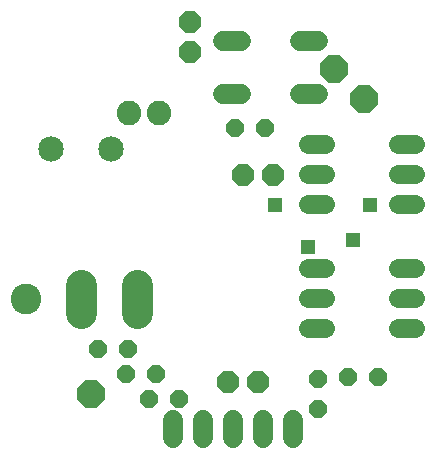
<source format=gbs>
G75*
%MOIN*%
%OFA0B0*%
%FSLAX25Y25*%
%IPPOS*%
%LPD*%
%AMOC8*
5,1,8,0,0,1.08239X$1,22.5*
%
%ADD10OC8,0.07100*%
%ADD11C,0.08200*%
%ADD12OC8,0.09300*%
%ADD13OC8,0.06000*%
%ADD14C,0.06400*%
%ADD15C,0.10249*%
%ADD16C,0.10249*%
%ADD17C,0.08477*%
%ADD18C,0.06800*%
%ADD19R,0.04762X0.04762*%
D10*
X0081433Y0031118D03*
X0091433Y0031118D03*
X0086630Y0100213D03*
X0096630Y0100213D03*
X0068913Y0141079D03*
X0068913Y0151079D03*
D11*
X0058638Y0120646D03*
X0048638Y0120646D03*
D12*
X0035724Y0027181D03*
X0126945Y0125488D03*
X0117024Y0135291D03*
D13*
X0093992Y0115764D03*
X0083992Y0115764D03*
X0048323Y0042142D03*
X0047614Y0033717D03*
X0055291Y0025606D03*
X0057614Y0033717D03*
X0065291Y0025606D03*
X0038323Y0042142D03*
X0111433Y0032181D03*
X0121394Y0032693D03*
X0111433Y0022181D03*
X0131394Y0032693D03*
D14*
X0138200Y0049071D02*
X0143800Y0049071D01*
X0143800Y0059071D02*
X0138200Y0059071D01*
X0138200Y0069071D02*
X0143800Y0069071D01*
X0143800Y0090409D02*
X0138200Y0090409D01*
X0138200Y0100409D02*
X0143800Y0100409D01*
X0143800Y0110409D02*
X0138200Y0110409D01*
X0113800Y0110409D02*
X0108200Y0110409D01*
X0108200Y0100409D02*
X0113800Y0100409D01*
X0113800Y0090409D02*
X0108200Y0090409D01*
X0108200Y0069071D02*
X0113800Y0069071D01*
X0113800Y0059071D02*
X0108200Y0059071D01*
X0108200Y0049071D02*
X0113800Y0049071D01*
D15*
X0014110Y0058677D03*
D16*
X0032614Y0063402D02*
X0032614Y0053953D01*
X0051118Y0053953D02*
X0051118Y0063402D01*
D17*
X0042614Y0108677D03*
X0022614Y0108677D03*
D18*
X0079885Y0126943D02*
X0085885Y0126943D01*
X0085885Y0144743D02*
X0079885Y0144743D01*
X0105485Y0144743D02*
X0111485Y0144743D01*
X0111485Y0126943D02*
X0105485Y0126943D01*
X0103165Y0018488D02*
X0103165Y0012488D01*
X0093165Y0012488D02*
X0093165Y0018488D01*
X0083165Y0018488D02*
X0083165Y0012488D01*
X0073165Y0012488D02*
X0073165Y0018488D01*
X0063165Y0018488D02*
X0063165Y0012488D01*
D19*
X0108350Y0076000D03*
X0097260Y0090173D03*
X0123244Y0078362D03*
X0128756Y0090173D03*
M02*

</source>
